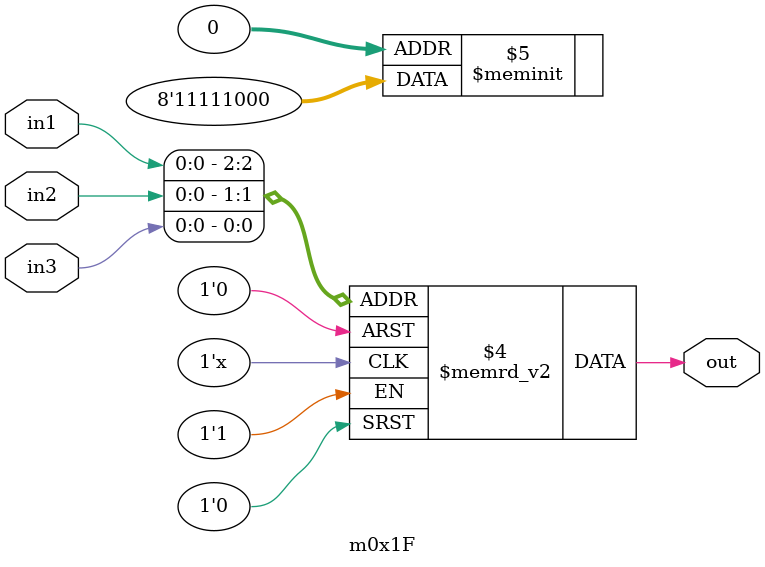
<source format=v>
module m0x1F(output out, input in1, in2, in3);

   always @(in1, in2, in3)
     begin
        case({in1, in2, in3})
          3'b000: {out} = 1'b0;
          3'b001: {out} = 1'b0;
          3'b010: {out} = 1'b0;
          3'b011: {out} = 1'b1;
          3'b100: {out} = 1'b1;
          3'b101: {out} = 1'b1;
          3'b110: {out} = 1'b1;
          3'b111: {out} = 1'b1;
        endcase // case ({in1, in2, in3})
     end // always @ (in1, in2, in3)

endmodule // m0x1F
</source>
